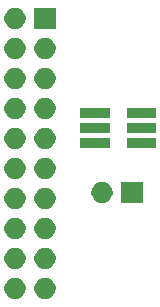
<source format=gbr>
G04 #@! TF.GenerationSoftware,KiCad,Pcbnew,5.1.5-1.fc31*
G04 #@! TF.CreationDate,2020-02-22T14:05:57+00:00*
G04 #@! TF.ProjectId,programmer-adapter,70726f67-7261-46d6-9d65-722d61646170,1.0.1*
G04 #@! TF.SameCoordinates,Original*
G04 #@! TF.FileFunction,Soldermask,Top*
G04 #@! TF.FilePolarity,Negative*
%FSLAX46Y46*%
G04 Gerber Fmt 4.6, Leading zero omitted, Abs format (unit mm)*
G04 Created by KiCad (PCBNEW 5.1.5-1.fc31) date 2020-02-22 14:05:57*
%MOMM*%
%LPD*%
G04 APERTURE LIST*
%ADD10C,0.100000*%
G04 APERTURE END LIST*
D10*
G36*
X142093512Y-108733927D02*
G01*
X142242812Y-108763624D01*
X142406784Y-108831544D01*
X142554354Y-108930147D01*
X142679853Y-109055646D01*
X142778456Y-109203216D01*
X142846376Y-109367188D01*
X142881000Y-109541259D01*
X142881000Y-109718741D01*
X142846376Y-109892812D01*
X142778456Y-110056784D01*
X142679853Y-110204354D01*
X142554354Y-110329853D01*
X142406784Y-110428456D01*
X142242812Y-110496376D01*
X142093512Y-110526073D01*
X142068742Y-110531000D01*
X141891258Y-110531000D01*
X141866488Y-110526073D01*
X141717188Y-110496376D01*
X141553216Y-110428456D01*
X141405646Y-110329853D01*
X141280147Y-110204354D01*
X141181544Y-110056784D01*
X141113624Y-109892812D01*
X141079000Y-109718741D01*
X141079000Y-109541259D01*
X141113624Y-109367188D01*
X141181544Y-109203216D01*
X141280147Y-109055646D01*
X141405646Y-108930147D01*
X141553216Y-108831544D01*
X141717188Y-108763624D01*
X141866488Y-108733927D01*
X141891258Y-108729000D01*
X142068742Y-108729000D01*
X142093512Y-108733927D01*
G37*
G36*
X139553512Y-108733927D02*
G01*
X139702812Y-108763624D01*
X139866784Y-108831544D01*
X140014354Y-108930147D01*
X140139853Y-109055646D01*
X140238456Y-109203216D01*
X140306376Y-109367188D01*
X140341000Y-109541259D01*
X140341000Y-109718741D01*
X140306376Y-109892812D01*
X140238456Y-110056784D01*
X140139853Y-110204354D01*
X140014354Y-110329853D01*
X139866784Y-110428456D01*
X139702812Y-110496376D01*
X139553512Y-110526073D01*
X139528742Y-110531000D01*
X139351258Y-110531000D01*
X139326488Y-110526073D01*
X139177188Y-110496376D01*
X139013216Y-110428456D01*
X138865646Y-110329853D01*
X138740147Y-110204354D01*
X138641544Y-110056784D01*
X138573624Y-109892812D01*
X138539000Y-109718741D01*
X138539000Y-109541259D01*
X138573624Y-109367188D01*
X138641544Y-109203216D01*
X138740147Y-109055646D01*
X138865646Y-108930147D01*
X139013216Y-108831544D01*
X139177188Y-108763624D01*
X139326488Y-108733927D01*
X139351258Y-108729000D01*
X139528742Y-108729000D01*
X139553512Y-108733927D01*
G37*
G36*
X139553512Y-106193927D02*
G01*
X139702812Y-106223624D01*
X139866784Y-106291544D01*
X140014354Y-106390147D01*
X140139853Y-106515646D01*
X140238456Y-106663216D01*
X140306376Y-106827188D01*
X140341000Y-107001259D01*
X140341000Y-107178741D01*
X140306376Y-107352812D01*
X140238456Y-107516784D01*
X140139853Y-107664354D01*
X140014354Y-107789853D01*
X139866784Y-107888456D01*
X139702812Y-107956376D01*
X139553512Y-107986073D01*
X139528742Y-107991000D01*
X139351258Y-107991000D01*
X139326488Y-107986073D01*
X139177188Y-107956376D01*
X139013216Y-107888456D01*
X138865646Y-107789853D01*
X138740147Y-107664354D01*
X138641544Y-107516784D01*
X138573624Y-107352812D01*
X138539000Y-107178741D01*
X138539000Y-107001259D01*
X138573624Y-106827188D01*
X138641544Y-106663216D01*
X138740147Y-106515646D01*
X138865646Y-106390147D01*
X139013216Y-106291544D01*
X139177188Y-106223624D01*
X139326488Y-106193927D01*
X139351258Y-106189000D01*
X139528742Y-106189000D01*
X139553512Y-106193927D01*
G37*
G36*
X142093512Y-106193927D02*
G01*
X142242812Y-106223624D01*
X142406784Y-106291544D01*
X142554354Y-106390147D01*
X142679853Y-106515646D01*
X142778456Y-106663216D01*
X142846376Y-106827188D01*
X142881000Y-107001259D01*
X142881000Y-107178741D01*
X142846376Y-107352812D01*
X142778456Y-107516784D01*
X142679853Y-107664354D01*
X142554354Y-107789853D01*
X142406784Y-107888456D01*
X142242812Y-107956376D01*
X142093512Y-107986073D01*
X142068742Y-107991000D01*
X141891258Y-107991000D01*
X141866488Y-107986073D01*
X141717188Y-107956376D01*
X141553216Y-107888456D01*
X141405646Y-107789853D01*
X141280147Y-107664354D01*
X141181544Y-107516784D01*
X141113624Y-107352812D01*
X141079000Y-107178741D01*
X141079000Y-107001259D01*
X141113624Y-106827188D01*
X141181544Y-106663216D01*
X141280147Y-106515646D01*
X141405646Y-106390147D01*
X141553216Y-106291544D01*
X141717188Y-106223624D01*
X141866488Y-106193927D01*
X141891258Y-106189000D01*
X142068742Y-106189000D01*
X142093512Y-106193927D01*
G37*
G36*
X142093512Y-103653927D02*
G01*
X142242812Y-103683624D01*
X142406784Y-103751544D01*
X142554354Y-103850147D01*
X142679853Y-103975646D01*
X142778456Y-104123216D01*
X142846376Y-104287188D01*
X142881000Y-104461259D01*
X142881000Y-104638741D01*
X142846376Y-104812812D01*
X142778456Y-104976784D01*
X142679853Y-105124354D01*
X142554354Y-105249853D01*
X142406784Y-105348456D01*
X142242812Y-105416376D01*
X142093512Y-105446073D01*
X142068742Y-105451000D01*
X141891258Y-105451000D01*
X141866488Y-105446073D01*
X141717188Y-105416376D01*
X141553216Y-105348456D01*
X141405646Y-105249853D01*
X141280147Y-105124354D01*
X141181544Y-104976784D01*
X141113624Y-104812812D01*
X141079000Y-104638741D01*
X141079000Y-104461259D01*
X141113624Y-104287188D01*
X141181544Y-104123216D01*
X141280147Y-103975646D01*
X141405646Y-103850147D01*
X141553216Y-103751544D01*
X141717188Y-103683624D01*
X141866488Y-103653927D01*
X141891258Y-103649000D01*
X142068742Y-103649000D01*
X142093512Y-103653927D01*
G37*
G36*
X139553512Y-103653927D02*
G01*
X139702812Y-103683624D01*
X139866784Y-103751544D01*
X140014354Y-103850147D01*
X140139853Y-103975646D01*
X140238456Y-104123216D01*
X140306376Y-104287188D01*
X140341000Y-104461259D01*
X140341000Y-104638741D01*
X140306376Y-104812812D01*
X140238456Y-104976784D01*
X140139853Y-105124354D01*
X140014354Y-105249853D01*
X139866784Y-105348456D01*
X139702812Y-105416376D01*
X139553512Y-105446073D01*
X139528742Y-105451000D01*
X139351258Y-105451000D01*
X139326488Y-105446073D01*
X139177188Y-105416376D01*
X139013216Y-105348456D01*
X138865646Y-105249853D01*
X138740147Y-105124354D01*
X138641544Y-104976784D01*
X138573624Y-104812812D01*
X138539000Y-104638741D01*
X138539000Y-104461259D01*
X138573624Y-104287188D01*
X138641544Y-104123216D01*
X138740147Y-103975646D01*
X138865646Y-103850147D01*
X139013216Y-103751544D01*
X139177188Y-103683624D01*
X139326488Y-103653927D01*
X139351258Y-103649000D01*
X139528742Y-103649000D01*
X139553512Y-103653927D01*
G37*
G36*
X142093512Y-101113927D02*
G01*
X142242812Y-101143624D01*
X142406784Y-101211544D01*
X142554354Y-101310147D01*
X142679853Y-101435646D01*
X142778456Y-101583216D01*
X142846376Y-101747188D01*
X142876073Y-101896488D01*
X142880110Y-101916782D01*
X142881000Y-101921259D01*
X142881000Y-102098741D01*
X142846376Y-102272812D01*
X142778456Y-102436784D01*
X142679853Y-102584354D01*
X142554354Y-102709853D01*
X142406784Y-102808456D01*
X142242812Y-102876376D01*
X142093512Y-102906073D01*
X142068742Y-102911000D01*
X141891258Y-102911000D01*
X141866488Y-102906073D01*
X141717188Y-102876376D01*
X141553216Y-102808456D01*
X141405646Y-102709853D01*
X141280147Y-102584354D01*
X141181544Y-102436784D01*
X141113624Y-102272812D01*
X141079000Y-102098741D01*
X141079000Y-101921259D01*
X141079891Y-101916782D01*
X141083927Y-101896488D01*
X141113624Y-101747188D01*
X141181544Y-101583216D01*
X141280147Y-101435646D01*
X141405646Y-101310147D01*
X141553216Y-101211544D01*
X141717188Y-101143624D01*
X141866488Y-101113927D01*
X141891258Y-101109000D01*
X142068742Y-101109000D01*
X142093512Y-101113927D01*
G37*
G36*
X139553512Y-101113927D02*
G01*
X139702812Y-101143624D01*
X139866784Y-101211544D01*
X140014354Y-101310147D01*
X140139853Y-101435646D01*
X140238456Y-101583216D01*
X140306376Y-101747188D01*
X140336073Y-101896488D01*
X140340110Y-101916782D01*
X140341000Y-101921259D01*
X140341000Y-102098741D01*
X140306376Y-102272812D01*
X140238456Y-102436784D01*
X140139853Y-102584354D01*
X140014354Y-102709853D01*
X139866784Y-102808456D01*
X139702812Y-102876376D01*
X139553512Y-102906073D01*
X139528742Y-102911000D01*
X139351258Y-102911000D01*
X139326488Y-102906073D01*
X139177188Y-102876376D01*
X139013216Y-102808456D01*
X138865646Y-102709853D01*
X138740147Y-102584354D01*
X138641544Y-102436784D01*
X138573624Y-102272812D01*
X138539000Y-102098741D01*
X138539000Y-101921259D01*
X138539891Y-101916782D01*
X138543927Y-101896488D01*
X138573624Y-101747188D01*
X138641544Y-101583216D01*
X138740147Y-101435646D01*
X138865646Y-101310147D01*
X139013216Y-101211544D01*
X139177188Y-101143624D01*
X139326488Y-101113927D01*
X139351258Y-101109000D01*
X139528742Y-101109000D01*
X139553512Y-101113927D01*
G37*
G36*
X150241000Y-102391000D02*
G01*
X148439000Y-102391000D01*
X148439000Y-100589000D01*
X150241000Y-100589000D01*
X150241000Y-102391000D01*
G37*
G36*
X146913512Y-100593927D02*
G01*
X147062812Y-100623624D01*
X147226784Y-100691544D01*
X147374354Y-100790147D01*
X147499853Y-100915646D01*
X147598456Y-101063216D01*
X147666376Y-101227188D01*
X147682877Y-101310147D01*
X147701000Y-101401258D01*
X147701000Y-101578742D01*
X147696073Y-101603512D01*
X147666376Y-101752812D01*
X147598456Y-101916784D01*
X147499853Y-102064354D01*
X147374354Y-102189853D01*
X147226784Y-102288456D01*
X147062812Y-102356376D01*
X146913512Y-102386073D01*
X146888742Y-102391000D01*
X146711258Y-102391000D01*
X146686488Y-102386073D01*
X146537188Y-102356376D01*
X146373216Y-102288456D01*
X146225646Y-102189853D01*
X146100147Y-102064354D01*
X146001544Y-101916784D01*
X145933624Y-101752812D01*
X145903927Y-101603512D01*
X145899000Y-101578742D01*
X145899000Y-101401258D01*
X145917123Y-101310147D01*
X145933624Y-101227188D01*
X146001544Y-101063216D01*
X146100147Y-100915646D01*
X146225646Y-100790147D01*
X146373216Y-100691544D01*
X146537188Y-100623624D01*
X146686488Y-100593927D01*
X146711258Y-100589000D01*
X146888742Y-100589000D01*
X146913512Y-100593927D01*
G37*
G36*
X139553512Y-98573927D02*
G01*
X139702812Y-98603624D01*
X139866784Y-98671544D01*
X140014354Y-98770147D01*
X140139853Y-98895646D01*
X140238456Y-99043216D01*
X140306376Y-99207188D01*
X140341000Y-99381259D01*
X140341000Y-99558741D01*
X140306376Y-99732812D01*
X140238456Y-99896784D01*
X140139853Y-100044354D01*
X140014354Y-100169853D01*
X139866784Y-100268456D01*
X139702812Y-100336376D01*
X139553512Y-100366073D01*
X139528742Y-100371000D01*
X139351258Y-100371000D01*
X139326488Y-100366073D01*
X139177188Y-100336376D01*
X139013216Y-100268456D01*
X138865646Y-100169853D01*
X138740147Y-100044354D01*
X138641544Y-99896784D01*
X138573624Y-99732812D01*
X138539000Y-99558741D01*
X138539000Y-99381259D01*
X138573624Y-99207188D01*
X138641544Y-99043216D01*
X138740147Y-98895646D01*
X138865646Y-98770147D01*
X139013216Y-98671544D01*
X139177188Y-98603624D01*
X139326488Y-98573927D01*
X139351258Y-98569000D01*
X139528742Y-98569000D01*
X139553512Y-98573927D01*
G37*
G36*
X142093512Y-98573927D02*
G01*
X142242812Y-98603624D01*
X142406784Y-98671544D01*
X142554354Y-98770147D01*
X142679853Y-98895646D01*
X142778456Y-99043216D01*
X142846376Y-99207188D01*
X142881000Y-99381259D01*
X142881000Y-99558741D01*
X142846376Y-99732812D01*
X142778456Y-99896784D01*
X142679853Y-100044354D01*
X142554354Y-100169853D01*
X142406784Y-100268456D01*
X142242812Y-100336376D01*
X142093512Y-100366073D01*
X142068742Y-100371000D01*
X141891258Y-100371000D01*
X141866488Y-100366073D01*
X141717188Y-100336376D01*
X141553216Y-100268456D01*
X141405646Y-100169853D01*
X141280147Y-100044354D01*
X141181544Y-99896784D01*
X141113624Y-99732812D01*
X141079000Y-99558741D01*
X141079000Y-99381259D01*
X141113624Y-99207188D01*
X141181544Y-99043216D01*
X141280147Y-98895646D01*
X141405646Y-98770147D01*
X141553216Y-98671544D01*
X141717188Y-98603624D01*
X141866488Y-98573927D01*
X141891258Y-98569000D01*
X142068742Y-98569000D01*
X142093512Y-98573927D01*
G37*
G36*
X139553512Y-96033927D02*
G01*
X139702812Y-96063624D01*
X139866784Y-96131544D01*
X140014354Y-96230147D01*
X140139853Y-96355646D01*
X140238456Y-96503216D01*
X140306376Y-96667188D01*
X140341000Y-96841259D01*
X140341000Y-97018741D01*
X140306376Y-97192812D01*
X140238456Y-97356784D01*
X140139853Y-97504354D01*
X140014354Y-97629853D01*
X139866784Y-97728456D01*
X139702812Y-97796376D01*
X139553512Y-97826073D01*
X139528742Y-97831000D01*
X139351258Y-97831000D01*
X139326488Y-97826073D01*
X139177188Y-97796376D01*
X139013216Y-97728456D01*
X138865646Y-97629853D01*
X138740147Y-97504354D01*
X138641544Y-97356784D01*
X138573624Y-97192812D01*
X138539000Y-97018741D01*
X138539000Y-96841259D01*
X138573624Y-96667188D01*
X138641544Y-96503216D01*
X138740147Y-96355646D01*
X138865646Y-96230147D01*
X139013216Y-96131544D01*
X139177188Y-96063624D01*
X139326488Y-96033927D01*
X139351258Y-96029000D01*
X139528742Y-96029000D01*
X139553512Y-96033927D01*
G37*
G36*
X142093512Y-96033927D02*
G01*
X142242812Y-96063624D01*
X142406784Y-96131544D01*
X142554354Y-96230147D01*
X142679853Y-96355646D01*
X142778456Y-96503216D01*
X142846376Y-96667188D01*
X142881000Y-96841259D01*
X142881000Y-97018741D01*
X142846376Y-97192812D01*
X142778456Y-97356784D01*
X142679853Y-97504354D01*
X142554354Y-97629853D01*
X142406784Y-97728456D01*
X142242812Y-97796376D01*
X142093512Y-97826073D01*
X142068742Y-97831000D01*
X141891258Y-97831000D01*
X141866488Y-97826073D01*
X141717188Y-97796376D01*
X141553216Y-97728456D01*
X141405646Y-97629853D01*
X141280147Y-97504354D01*
X141181544Y-97356784D01*
X141113624Y-97192812D01*
X141079000Y-97018741D01*
X141079000Y-96841259D01*
X141113624Y-96667188D01*
X141181544Y-96503216D01*
X141280147Y-96355646D01*
X141405646Y-96230147D01*
X141553216Y-96131544D01*
X141717188Y-96063624D01*
X141866488Y-96033927D01*
X141891258Y-96029000D01*
X142068742Y-96029000D01*
X142093512Y-96033927D01*
G37*
G36*
X147481000Y-97751000D02*
G01*
X144979000Y-97751000D01*
X144979000Y-96909000D01*
X147481000Y-96909000D01*
X147481000Y-97751000D01*
G37*
G36*
X151381000Y-97751000D02*
G01*
X148879000Y-97751000D01*
X148879000Y-96909000D01*
X151381000Y-96909000D01*
X151381000Y-97751000D01*
G37*
G36*
X147481000Y-96481000D02*
G01*
X144979000Y-96481000D01*
X144979000Y-95639000D01*
X147481000Y-95639000D01*
X147481000Y-96481000D01*
G37*
G36*
X151381000Y-96481000D02*
G01*
X148879000Y-96481000D01*
X148879000Y-95639000D01*
X151381000Y-95639000D01*
X151381000Y-96481000D01*
G37*
G36*
X139553512Y-93493927D02*
G01*
X139702812Y-93523624D01*
X139866784Y-93591544D01*
X140014354Y-93690147D01*
X140139853Y-93815646D01*
X140238456Y-93963216D01*
X140306376Y-94127188D01*
X140341000Y-94301259D01*
X140341000Y-94478741D01*
X140306376Y-94652812D01*
X140238456Y-94816784D01*
X140139853Y-94964354D01*
X140014354Y-95089853D01*
X139866784Y-95188456D01*
X139702812Y-95256376D01*
X139553512Y-95286073D01*
X139528742Y-95291000D01*
X139351258Y-95291000D01*
X139326488Y-95286073D01*
X139177188Y-95256376D01*
X139013216Y-95188456D01*
X138865646Y-95089853D01*
X138740147Y-94964354D01*
X138641544Y-94816784D01*
X138573624Y-94652812D01*
X138539000Y-94478741D01*
X138539000Y-94301259D01*
X138573624Y-94127188D01*
X138641544Y-93963216D01*
X138740147Y-93815646D01*
X138865646Y-93690147D01*
X139013216Y-93591544D01*
X139177188Y-93523624D01*
X139326488Y-93493927D01*
X139351258Y-93489000D01*
X139528742Y-93489000D01*
X139553512Y-93493927D01*
G37*
G36*
X142093512Y-93493927D02*
G01*
X142242812Y-93523624D01*
X142406784Y-93591544D01*
X142554354Y-93690147D01*
X142679853Y-93815646D01*
X142778456Y-93963216D01*
X142846376Y-94127188D01*
X142881000Y-94301259D01*
X142881000Y-94478741D01*
X142846376Y-94652812D01*
X142778456Y-94816784D01*
X142679853Y-94964354D01*
X142554354Y-95089853D01*
X142406784Y-95188456D01*
X142242812Y-95256376D01*
X142093512Y-95286073D01*
X142068742Y-95291000D01*
X141891258Y-95291000D01*
X141866488Y-95286073D01*
X141717188Y-95256376D01*
X141553216Y-95188456D01*
X141405646Y-95089853D01*
X141280147Y-94964354D01*
X141181544Y-94816784D01*
X141113624Y-94652812D01*
X141079000Y-94478741D01*
X141079000Y-94301259D01*
X141113624Y-94127188D01*
X141181544Y-93963216D01*
X141280147Y-93815646D01*
X141405646Y-93690147D01*
X141553216Y-93591544D01*
X141717188Y-93523624D01*
X141866488Y-93493927D01*
X141891258Y-93489000D01*
X142068742Y-93489000D01*
X142093512Y-93493927D01*
G37*
G36*
X147481000Y-95211000D02*
G01*
X144979000Y-95211000D01*
X144979000Y-94369000D01*
X147481000Y-94369000D01*
X147481000Y-95211000D01*
G37*
G36*
X151381000Y-95211000D02*
G01*
X148879000Y-95211000D01*
X148879000Y-94369000D01*
X151381000Y-94369000D01*
X151381000Y-95211000D01*
G37*
G36*
X142093512Y-90953927D02*
G01*
X142242812Y-90983624D01*
X142406784Y-91051544D01*
X142554354Y-91150147D01*
X142679853Y-91275646D01*
X142778456Y-91423216D01*
X142846376Y-91587188D01*
X142881000Y-91761259D01*
X142881000Y-91938741D01*
X142846376Y-92112812D01*
X142778456Y-92276784D01*
X142679853Y-92424354D01*
X142554354Y-92549853D01*
X142406784Y-92648456D01*
X142242812Y-92716376D01*
X142093512Y-92746073D01*
X142068742Y-92751000D01*
X141891258Y-92751000D01*
X141866488Y-92746073D01*
X141717188Y-92716376D01*
X141553216Y-92648456D01*
X141405646Y-92549853D01*
X141280147Y-92424354D01*
X141181544Y-92276784D01*
X141113624Y-92112812D01*
X141079000Y-91938741D01*
X141079000Y-91761259D01*
X141113624Y-91587188D01*
X141181544Y-91423216D01*
X141280147Y-91275646D01*
X141405646Y-91150147D01*
X141553216Y-91051544D01*
X141717188Y-90983624D01*
X141866488Y-90953927D01*
X141891258Y-90949000D01*
X142068742Y-90949000D01*
X142093512Y-90953927D01*
G37*
G36*
X139553512Y-90953927D02*
G01*
X139702812Y-90983624D01*
X139866784Y-91051544D01*
X140014354Y-91150147D01*
X140139853Y-91275646D01*
X140238456Y-91423216D01*
X140306376Y-91587188D01*
X140341000Y-91761259D01*
X140341000Y-91938741D01*
X140306376Y-92112812D01*
X140238456Y-92276784D01*
X140139853Y-92424354D01*
X140014354Y-92549853D01*
X139866784Y-92648456D01*
X139702812Y-92716376D01*
X139553512Y-92746073D01*
X139528742Y-92751000D01*
X139351258Y-92751000D01*
X139326488Y-92746073D01*
X139177188Y-92716376D01*
X139013216Y-92648456D01*
X138865646Y-92549853D01*
X138740147Y-92424354D01*
X138641544Y-92276784D01*
X138573624Y-92112812D01*
X138539000Y-91938741D01*
X138539000Y-91761259D01*
X138573624Y-91587188D01*
X138641544Y-91423216D01*
X138740147Y-91275646D01*
X138865646Y-91150147D01*
X139013216Y-91051544D01*
X139177188Y-90983624D01*
X139326488Y-90953927D01*
X139351258Y-90949000D01*
X139528742Y-90949000D01*
X139553512Y-90953927D01*
G37*
G36*
X139553512Y-88413927D02*
G01*
X139702812Y-88443624D01*
X139866784Y-88511544D01*
X140014354Y-88610147D01*
X140139853Y-88735646D01*
X140238456Y-88883216D01*
X140306376Y-89047188D01*
X140341000Y-89221259D01*
X140341000Y-89398741D01*
X140306376Y-89572812D01*
X140238456Y-89736784D01*
X140139853Y-89884354D01*
X140014354Y-90009853D01*
X139866784Y-90108456D01*
X139702812Y-90176376D01*
X139553512Y-90206073D01*
X139528742Y-90211000D01*
X139351258Y-90211000D01*
X139326488Y-90206073D01*
X139177188Y-90176376D01*
X139013216Y-90108456D01*
X138865646Y-90009853D01*
X138740147Y-89884354D01*
X138641544Y-89736784D01*
X138573624Y-89572812D01*
X138539000Y-89398741D01*
X138539000Y-89221259D01*
X138573624Y-89047188D01*
X138641544Y-88883216D01*
X138740147Y-88735646D01*
X138865646Y-88610147D01*
X139013216Y-88511544D01*
X139177188Y-88443624D01*
X139326488Y-88413927D01*
X139351258Y-88409000D01*
X139528742Y-88409000D01*
X139553512Y-88413927D01*
G37*
G36*
X142093512Y-88413927D02*
G01*
X142242812Y-88443624D01*
X142406784Y-88511544D01*
X142554354Y-88610147D01*
X142679853Y-88735646D01*
X142778456Y-88883216D01*
X142846376Y-89047188D01*
X142881000Y-89221259D01*
X142881000Y-89398741D01*
X142846376Y-89572812D01*
X142778456Y-89736784D01*
X142679853Y-89884354D01*
X142554354Y-90009853D01*
X142406784Y-90108456D01*
X142242812Y-90176376D01*
X142093512Y-90206073D01*
X142068742Y-90211000D01*
X141891258Y-90211000D01*
X141866488Y-90206073D01*
X141717188Y-90176376D01*
X141553216Y-90108456D01*
X141405646Y-90009853D01*
X141280147Y-89884354D01*
X141181544Y-89736784D01*
X141113624Y-89572812D01*
X141079000Y-89398741D01*
X141079000Y-89221259D01*
X141113624Y-89047188D01*
X141181544Y-88883216D01*
X141280147Y-88735646D01*
X141405646Y-88610147D01*
X141553216Y-88511544D01*
X141717188Y-88443624D01*
X141866488Y-88413927D01*
X141891258Y-88409000D01*
X142068742Y-88409000D01*
X142093512Y-88413927D01*
G37*
G36*
X139553512Y-85873927D02*
G01*
X139702812Y-85903624D01*
X139866784Y-85971544D01*
X140014354Y-86070147D01*
X140139853Y-86195646D01*
X140238456Y-86343216D01*
X140306376Y-86507188D01*
X140341000Y-86681259D01*
X140341000Y-86858741D01*
X140306376Y-87032812D01*
X140238456Y-87196784D01*
X140139853Y-87344354D01*
X140014354Y-87469853D01*
X139866784Y-87568456D01*
X139702812Y-87636376D01*
X139553512Y-87666073D01*
X139528742Y-87671000D01*
X139351258Y-87671000D01*
X139326488Y-87666073D01*
X139177188Y-87636376D01*
X139013216Y-87568456D01*
X138865646Y-87469853D01*
X138740147Y-87344354D01*
X138641544Y-87196784D01*
X138573624Y-87032812D01*
X138539000Y-86858741D01*
X138539000Y-86681259D01*
X138573624Y-86507188D01*
X138641544Y-86343216D01*
X138740147Y-86195646D01*
X138865646Y-86070147D01*
X139013216Y-85971544D01*
X139177188Y-85903624D01*
X139326488Y-85873927D01*
X139351258Y-85869000D01*
X139528742Y-85869000D01*
X139553512Y-85873927D01*
G37*
G36*
X142881000Y-87671000D02*
G01*
X141079000Y-87671000D01*
X141079000Y-85869000D01*
X142881000Y-85869000D01*
X142881000Y-87671000D01*
G37*
M02*

</source>
